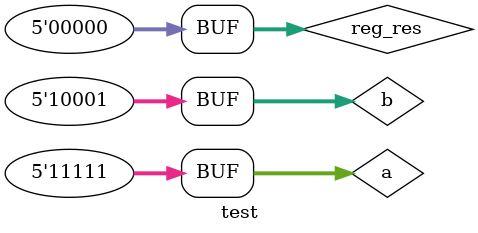
<source format=v>
module test ();
  reg [4:0] a = 5'b11111, b = 5'b10001;
  reg [4:0] reg_res;
  always @(*) begin
    reg_res[4:1] = 5'b00000;
    reg_res[0] = a[4] != b[4] ? (a[4] > b[4] ? 1 : 0) : (a < b ? 1 : 0);
  end
  initial begin
    // Системная функция $display выводит текст на экран во время симуляции.
    $monitor("%d %d", a, b);
  end
endmodule
</source>
